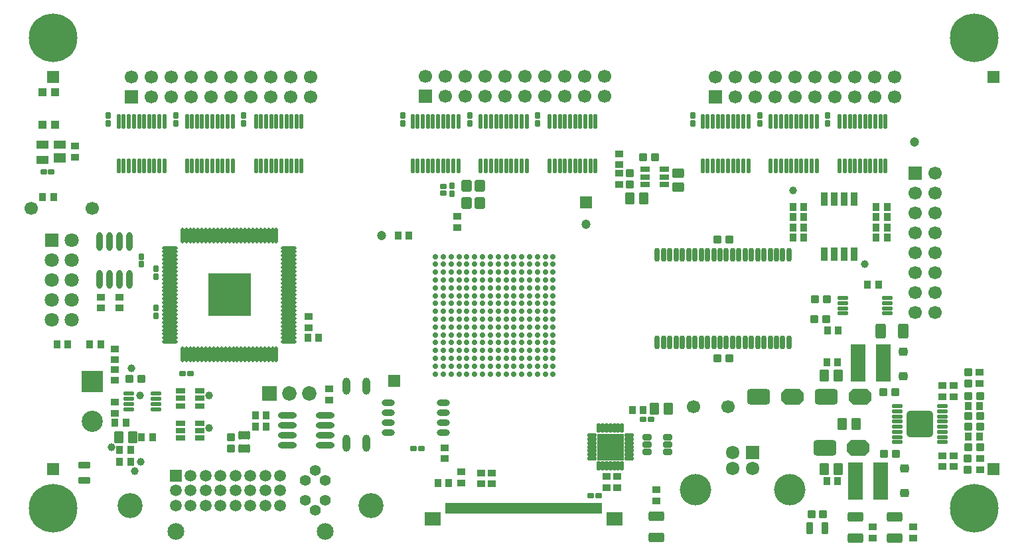
<source format=gts>
G04*
G04 #@! TF.GenerationSoftware,Altium Limited,Altium Designer,18.0.11 (651)*
G04*
G04 Layer_Color=8388736*
%FSLAX42Y42*%
%MOMM*%
G71*
G01*
G75*
%ADD69R,1.50X1.50*%
%ADD70C,1.20*%
G04:AMPARAMS|DCode=71|XSize=1.1mm|YSize=1mm|CornerRadius=0.2mm|HoleSize=0mm|Usage=FLASHONLY|Rotation=270.000|XOffset=0mm|YOffset=0mm|HoleType=Round|Shape=RoundedRectangle|*
%AMROUNDEDRECTD71*
21,1,1.10,0.60,0,0,270.0*
21,1,0.70,1.00,0,0,270.0*
1,1,0.40,-0.30,-0.35*
1,1,0.40,-0.30,0.35*
1,1,0.40,0.30,0.35*
1,1,0.40,0.30,-0.35*
%
%ADD71ROUNDEDRECTD71*%
G04:AMPARAMS|DCode=72|XSize=0.7mm|YSize=0.8mm|CornerRadius=0.16mm|HoleSize=0mm|Usage=FLASHONLY|Rotation=270.000|XOffset=0mm|YOffset=0mm|HoleType=Round|Shape=RoundedRectangle|*
%AMROUNDEDRECTD72*
21,1,0.70,0.48,0,0,270.0*
21,1,0.38,0.80,0,0,270.0*
1,1,0.33,-0.24,-0.19*
1,1,0.33,-0.24,0.19*
1,1,0.33,0.24,0.19*
1,1,0.33,0.24,-0.19*
%
%ADD72ROUNDEDRECTD72*%
%ADD73O,0.55X1.90*%
%ADD74R,0.90X1.70*%
G04:AMPARAMS|DCode=75|XSize=1.1mm|YSize=0.9mm|CornerRadius=0.19mm|HoleSize=0mm|Usage=FLASHONLY|Rotation=180.000|XOffset=0mm|YOffset=0mm|HoleType=Round|Shape=RoundedRectangle|*
%AMROUNDEDRECTD75*
21,1,1.10,0.53,0,0,180.0*
21,1,0.73,0.90,0,0,180.0*
1,1,0.38,-0.36,0.26*
1,1,0.38,0.36,0.26*
1,1,0.38,0.36,-0.26*
1,1,0.38,-0.36,-0.26*
%
%ADD75ROUNDEDRECTD75*%
G04:AMPARAMS|DCode=76|XSize=1.1mm|YSize=0.9mm|CornerRadius=0.19mm|HoleSize=0mm|Usage=FLASHONLY|Rotation=270.000|XOffset=0mm|YOffset=0mm|HoleType=Round|Shape=RoundedRectangle|*
%AMROUNDEDRECTD76*
21,1,1.10,0.53,0,0,270.0*
21,1,0.73,0.90,0,0,270.0*
1,1,0.38,-0.26,-0.36*
1,1,0.38,-0.26,0.36*
1,1,0.38,0.26,0.36*
1,1,0.38,0.26,-0.36*
%
%ADD76ROUNDEDRECTD76*%
G04:AMPARAMS|DCode=77|XSize=0.55mm|YSize=1.4mm|CornerRadius=0.14mm|HoleSize=0mm|Usage=FLASHONLY|Rotation=90.000|XOffset=0mm|YOffset=0mm|HoleType=Round|Shape=RoundedRectangle|*
%AMROUNDEDRECTD77*
21,1,0.55,1.11,0,0,90.0*
21,1,0.26,1.40,0,0,90.0*
1,1,0.29,0.56,0.13*
1,1,0.29,0.56,-0.13*
1,1,0.29,-0.56,-0.13*
1,1,0.29,-0.56,0.13*
%
%ADD77ROUNDEDRECTD77*%
%ADD78R,1.30X0.80*%
%ADD79O,1.00X2.20*%
G04:AMPARAMS|DCode=80|XSize=1.9mm|YSize=1.3mm|CornerRadius=0.24mm|HoleSize=0mm|Usage=FLASHONLY|Rotation=90.000|XOffset=0mm|YOffset=0mm|HoleType=Round|Shape=RoundedRectangle|*
%AMROUNDEDRECTD80*
21,1,1.90,0.83,0,0,90.0*
21,1,1.43,1.30,0,0,90.0*
1,1,0.48,0.41,0.71*
1,1,0.48,0.41,-0.71*
1,1,0.48,-0.41,-0.71*
1,1,0.48,-0.41,0.71*
%
%ADD80ROUNDEDRECTD80*%
G04:AMPARAMS|DCode=81|XSize=1.1mm|YSize=1mm|CornerRadius=0.2mm|HoleSize=0mm|Usage=FLASHONLY|Rotation=180.000|XOffset=0mm|YOffset=0mm|HoleType=Round|Shape=RoundedRectangle|*
%AMROUNDEDRECTD81*
21,1,1.10,0.60,0,0,180.0*
21,1,0.70,1.00,0,0,180.0*
1,1,0.40,-0.35,0.30*
1,1,0.40,0.35,0.30*
1,1,0.40,0.35,-0.30*
1,1,0.40,-0.35,-0.30*
%
%ADD81ROUNDEDRECTD81*%
%ADD82O,0.70X1.80*%
%ADD83R,1.60X1.00*%
%ADD84R,1.60X1.20*%
%ADD85O,1.70X0.80*%
%ADD86R,1.12X0.99*%
G04:AMPARAMS|DCode=87|XSize=1.15mm|YSize=1.1mm|CornerRadius=0.33mm|HoleSize=0mm|Usage=FLASHONLY|Rotation=180.000|XOffset=0mm|YOffset=0mm|HoleType=Round|Shape=RoundedRectangle|*
%AMROUNDEDRECTD87*
21,1,1.15,0.45,0,0,180.0*
21,1,0.50,1.10,0,0,180.0*
1,1,0.65,-0.25,0.23*
1,1,0.65,0.25,0.23*
1,1,0.65,0.25,-0.23*
1,1,0.65,-0.25,-0.23*
%
%ADD87ROUNDEDRECTD87*%
G04:AMPARAMS|DCode=88|XSize=2.85mm|YSize=1.95mm|CornerRadius=0.32mm|HoleSize=0mm|Usage=FLASHONLY|Rotation=0.000|XOffset=0mm|YOffset=0mm|HoleType=Round|Shape=RoundedRectangle|*
%AMROUNDEDRECTD88*
21,1,2.85,1.31,0,0,0.0*
21,1,2.21,1.95,0,0,0.0*
1,1,0.64,1.11,-0.66*
1,1,0.64,-1.11,-0.66*
1,1,0.64,-1.11,0.66*
1,1,0.64,1.11,0.66*
%
%ADD88ROUNDEDRECTD88*%
G04:AMPARAMS|DCode=89|XSize=2.85mm|YSize=1.95mm|CornerRadius=0mm|HoleSize=0mm|Usage=FLASHONLY|Rotation=0.000|XOffset=0mm|YOffset=0mm|HoleType=Round|Shape=Octagon|*
%AMOCTAGOND89*
4,1,8,1.43,-0.49,1.43,0.49,0.94,0.98,-0.94,0.98,-1.43,0.49,-1.43,-0.49,-0.94,-0.98,0.94,-0.98,1.43,-0.49,0.0*
%
%ADD89OCTAGOND89*%

G04:AMPARAMS|DCode=90|XSize=3.4mm|YSize=3.4mm|CornerRadius=0.5mm|HoleSize=0mm|Usage=FLASHONLY|Rotation=90.000|XOffset=0mm|YOffset=0mm|HoleType=Round|Shape=RoundedRectangle|*
%AMROUNDEDRECTD90*
21,1,3.40,2.40,0,0,90.0*
21,1,2.40,3.40,0,0,90.0*
1,1,1.00,1.20,1.20*
1,1,1.00,1.20,-1.20*
1,1,1.00,-1.20,-1.20*
1,1,1.00,-1.20,1.20*
%
%ADD90ROUNDEDRECTD90*%
G04:AMPARAMS|DCode=91|XSize=1.5mm|YSize=1.2mm|CornerRadius=0.23mm|HoleSize=0mm|Usage=FLASHONLY|Rotation=90.000|XOffset=0mm|YOffset=0mm|HoleType=Round|Shape=RoundedRectangle|*
%AMROUNDEDRECTD91*
21,1,1.50,0.75,0,0,90.0*
21,1,1.05,1.20,0,0,90.0*
1,1,0.45,0.38,0.53*
1,1,0.45,0.38,-0.53*
1,1,0.45,-0.38,-0.53*
1,1,0.45,-0.38,0.53*
%
%ADD91ROUNDEDRECTD91*%
G04:AMPARAMS|DCode=92|XSize=0.7mm|YSize=0.8mm|CornerRadius=0.16mm|HoleSize=0mm|Usage=FLASHONLY|Rotation=180.000|XOffset=0mm|YOffset=0mm|HoleType=Round|Shape=RoundedRectangle|*
%AMROUNDEDRECTD92*
21,1,0.70,0.48,0,0,180.0*
21,1,0.38,0.80,0,0,180.0*
1,1,0.33,-0.19,0.24*
1,1,0.33,0.19,0.24*
1,1,0.33,0.19,-0.24*
1,1,0.33,-0.19,-0.24*
%
%ADD92ROUNDEDRECTD92*%
G04:AMPARAMS|DCode=93|XSize=0.8mm|YSize=1.2mm|CornerRadius=0.18mm|HoleSize=0mm|Usage=FLASHONLY|Rotation=270.000|XOffset=0mm|YOffset=0mm|HoleType=Round|Shape=RoundedRectangle|*
%AMROUNDEDRECTD93*
21,1,0.80,0.85,0,0,270.0*
21,1,0.45,1.20,0,0,270.0*
1,1,0.35,-0.43,-0.23*
1,1,0.35,-0.43,0.23*
1,1,0.35,0.43,0.23*
1,1,0.35,0.43,-0.23*
%
%ADD93ROUNDEDRECTD93*%
%ADD94R,3.50X3.50*%
%ADD95O,0.50X1.25*%
%ADD96O,1.25X0.50*%
%ADD97C,0.70*%
%ADD98O,2.40X0.80*%
%ADD99R,1.95X4.70*%
G04:AMPARAMS|DCode=100|XSize=1.5mm|YSize=0.9mm|CornerRadius=0.19mm|HoleSize=0mm|Usage=FLASHONLY|Rotation=90.000|XOffset=0mm|YOffset=0mm|HoleType=Round|Shape=RoundedRectangle|*
%AMROUNDEDRECTD100*
21,1,1.50,0.53,0,0,90.0*
21,1,1.13,0.90,0,0,90.0*
1,1,0.38,0.26,0.56*
1,1,0.38,0.26,-0.56*
1,1,0.38,-0.26,-0.56*
1,1,0.38,-0.26,0.56*
%
%ADD100ROUNDEDRECTD100*%
G04:AMPARAMS|DCode=101|XSize=0.8mm|YSize=0.7mm|CornerRadius=0.16mm|HoleSize=0mm|Usage=FLASHONLY|Rotation=180.000|XOffset=0mm|YOffset=0mm|HoleType=Round|Shape=RoundedRectangle|*
%AMROUNDEDRECTD101*
21,1,0.80,0.38,0,0,180.0*
21,1,0.48,0.70,0,0,180.0*
1,1,0.33,-0.24,0.19*
1,1,0.33,0.24,0.19*
1,1,0.33,0.24,-0.19*
1,1,0.33,-0.24,-0.19*
%
%ADD101ROUNDEDRECTD101*%
%ADD102R,2.00X1.70*%
%ADD103R,0.50X1.45*%
G04:AMPARAMS|DCode=104|XSize=1.5mm|YSize=1.1mm|CornerRadius=0.21mm|HoleSize=0mm|Usage=FLASHONLY|Rotation=0.000|XOffset=0mm|YOffset=0mm|HoleType=Round|Shape=RoundedRectangle|*
%AMROUNDEDRECTD104*
21,1,1.50,0.68,0,0,0.0*
21,1,1.08,1.10,0,0,0.0*
1,1,0.43,0.54,-0.34*
1,1,0.43,-0.54,-0.34*
1,1,0.43,-0.54,0.34*
1,1,0.43,0.54,0.34*
%
%ADD104ROUNDEDRECTD104*%
%ADD105O,0.50X2.00*%
%ADD106O,2.00X0.50*%
%ADD107R,5.50X5.50*%
G04:AMPARAMS|DCode=108|XSize=1.95mm|YSize=1.25mm|CornerRadius=0.23mm|HoleSize=0mm|Usage=FLASHONLY|Rotation=180.000|XOffset=0mm|YOffset=0mm|HoleType=Round|Shape=RoundedRectangle|*
%AMROUNDEDRECTD108*
21,1,1.95,0.79,0,0,180.0*
21,1,1.49,1.25,0,0,180.0*
1,1,0.46,-0.74,0.39*
1,1,0.46,0.74,0.39*
1,1,0.46,0.74,-0.39*
1,1,0.46,-0.74,-0.39*
%
%ADD108ROUNDEDRECTD108*%
G04:AMPARAMS|DCode=109|XSize=1.6mm|YSize=1.4mm|CornerRadius=0.4mm|HoleSize=0mm|Usage=FLASHONLY|Rotation=270.000|XOffset=0mm|YOffset=0mm|HoleType=Round|Shape=RoundedRectangle|*
%AMROUNDEDRECTD109*
21,1,1.60,0.60,0,0,270.0*
21,1,0.80,1.40,0,0,270.0*
1,1,0.80,-0.30,-0.40*
1,1,0.80,-0.30,0.40*
1,1,0.80,0.30,0.40*
1,1,0.80,0.30,-0.40*
%
%ADD109ROUNDEDRECTD109*%
G04:AMPARAMS|DCode=110|XSize=1.5mm|YSize=1.2mm|CornerRadius=0.23mm|HoleSize=0mm|Usage=FLASHONLY|Rotation=0.000|XOffset=0mm|YOffset=0mm|HoleType=Round|Shape=RoundedRectangle|*
%AMROUNDEDRECTD110*
21,1,1.50,0.75,0,0,0.0*
21,1,1.05,1.20,0,0,0.0*
1,1,0.45,0.53,-0.38*
1,1,0.45,-0.53,-0.38*
1,1,0.45,-0.53,0.38*
1,1,0.45,0.53,0.38*
%
%ADD110ROUNDEDRECTD110*%
%ADD111O,0.80X2.40*%
G04:AMPARAMS|DCode=112|XSize=1.5mm|YSize=0.9mm|CornerRadius=0.19mm|HoleSize=0mm|Usage=FLASHONLY|Rotation=0.000|XOffset=0mm|YOffset=0mm|HoleType=Round|Shape=RoundedRectangle|*
%AMROUNDEDRECTD112*
21,1,1.50,0.53,0,0,0.0*
21,1,1.13,0.90,0,0,0.0*
1,1,0.38,0.56,-0.26*
1,1,0.38,-0.56,-0.26*
1,1,0.38,-0.56,0.26*
1,1,0.38,0.56,0.26*
%
%ADD112ROUNDEDRECTD112*%
%ADD113C,1.70*%
%ADD114C,1.40*%
%ADD115C,3.20*%
%ADD116C,1.50*%
%ADD117R,1.50X1.50*%
%ADD118C,2.15*%
%ADD119R,1.70X1.70*%
%ADD120R,1.70X1.70*%
%ADD121R,1.85X1.85*%
%ADD122C,1.85*%
%ADD123C,2.70*%
%ADD124R,2.70X2.70*%
%ADD125C,1.72*%
%ADD126C,4.00*%
%ADD127R,1.72X1.72*%
%ADD128C,1.80*%
%ADD129R,1.80X1.80*%
%ADD130C,6.20*%
%ADD131C,1.00*%
D69*
X4850Y2120D02*
D03*
X7300Y4400D02*
D03*
X500Y1000D02*
D03*
Y6000D02*
D03*
X12500Y6000D02*
D03*
Y1000D02*
D03*
D70*
X7300Y4120D02*
D03*
X11490Y5170D02*
D03*
X4690Y3980D02*
D03*
D71*
X9125Y2410D02*
D03*
X8975Y2410D02*
D03*
X10365Y2910D02*
D03*
X10215D02*
D03*
X11095Y1980D02*
D03*
X11245D02*
D03*
X11255Y1190D02*
D03*
X11105D02*
D03*
X10225Y3160D02*
D03*
X10375D02*
D03*
X1475Y2150D02*
D03*
X1625D02*
D03*
X12175Y1540D02*
D03*
X12325D02*
D03*
Y1280D02*
D03*
X12175D02*
D03*
Y1670D02*
D03*
X12325D02*
D03*
X12175Y1930D02*
D03*
X12325D02*
D03*
X10175Y420D02*
D03*
X10325D02*
D03*
X9125Y3930D02*
D03*
X8975D02*
D03*
X8030Y4975D02*
D03*
X8180D02*
D03*
D72*
X480Y4790D02*
D03*
X380D02*
D03*
X8030Y1630D02*
D03*
X8130D02*
D03*
X7360Y660D02*
D03*
X7460D02*
D03*
X2250Y2220D02*
D03*
X2150D02*
D03*
X5100Y1260D02*
D03*
X5200D02*
D03*
D73*
X1923Y5435D02*
D03*
X1858Y5435D02*
D03*
X1792Y5435D02*
D03*
X1727Y5435D02*
D03*
X1598D02*
D03*
X1662D02*
D03*
X1532D02*
D03*
X1858Y4865D02*
D03*
X1923Y4865D02*
D03*
X1792D02*
D03*
X1598Y4865D02*
D03*
X1532D02*
D03*
X1727D02*
D03*
X1662D02*
D03*
X1468Y5435D02*
D03*
X1338D02*
D03*
X1402Y5435D02*
D03*
Y4865D02*
D03*
X1468Y4865D02*
D03*
X1338D02*
D03*
X3672Y5435D02*
D03*
X3608Y5435D02*
D03*
X3542Y5435D02*
D03*
X3478Y5435D02*
D03*
X3347D02*
D03*
X3412D02*
D03*
X3283D02*
D03*
X3608Y4865D02*
D03*
X3672Y4865D02*
D03*
X3542D02*
D03*
X3347Y4865D02*
D03*
X3283D02*
D03*
X3478D02*
D03*
X3412D02*
D03*
X3217Y5435D02*
D03*
X3088D02*
D03*
X3152Y5435D02*
D03*
Y4865D02*
D03*
X3217Y4865D02*
D03*
X3088D02*
D03*
X2792Y5435D02*
D03*
X2727Y5435D02*
D03*
X2662Y5435D02*
D03*
X2598Y5435D02*
D03*
X2467D02*
D03*
X2533D02*
D03*
X2402D02*
D03*
X2727Y4865D02*
D03*
X2792Y4865D02*
D03*
X2662D02*
D03*
X2467Y4865D02*
D03*
X2402D02*
D03*
X2598D02*
D03*
X2533D02*
D03*
X2338Y5435D02*
D03*
X2208D02*
D03*
X2273Y5435D02*
D03*
Y4865D02*
D03*
X2338Y4865D02*
D03*
X2208D02*
D03*
X9243Y5435D02*
D03*
X9307D02*
D03*
X9178D02*
D03*
X9372D02*
D03*
X9047D02*
D03*
X9112D02*
D03*
X8982D02*
D03*
X9372Y4865D02*
D03*
X9307D02*
D03*
X9243D02*
D03*
X9047D02*
D03*
X8982D02*
D03*
X9178D02*
D03*
X9112D02*
D03*
X8918Y5435D02*
D03*
X8788D02*
D03*
X8853D02*
D03*
Y4865D02*
D03*
X8918D02*
D03*
X8788D02*
D03*
X10992Y5435D02*
D03*
X11057D02*
D03*
X10927D02*
D03*
X11122D02*
D03*
X10797D02*
D03*
X10862D02*
D03*
X10732D02*
D03*
X11122Y4865D02*
D03*
X11057D02*
D03*
X10992D02*
D03*
X10797D02*
D03*
X10732D02*
D03*
X10927D02*
D03*
X10862D02*
D03*
X10667Y5435D02*
D03*
X10537D02*
D03*
X10602D02*
D03*
Y4865D02*
D03*
X10667D02*
D03*
X10537D02*
D03*
X10112Y5435D02*
D03*
X10178D02*
D03*
X10047D02*
D03*
X10243D02*
D03*
X9918D02*
D03*
X9982D02*
D03*
X9853D02*
D03*
X10243Y4865D02*
D03*
X10178D02*
D03*
X10112D02*
D03*
X9918D02*
D03*
X9853D02*
D03*
X10047D02*
D03*
X9982D02*
D03*
X9788Y5435D02*
D03*
X9657D02*
D03*
X9722D02*
D03*
Y4865D02*
D03*
X9788D02*
D03*
X9657D02*
D03*
X5672Y5435D02*
D03*
X5608Y5435D02*
D03*
X5542Y5435D02*
D03*
X5478Y5435D02*
D03*
X5412D02*
D03*
X5347D02*
D03*
X5283D02*
D03*
X5217Y5435D02*
D03*
X5153Y5435D02*
D03*
X5088Y5435D02*
D03*
X5672Y4865D02*
D03*
X5608Y4865D02*
D03*
X5542Y4865D02*
D03*
X5478Y4865D02*
D03*
X5412D02*
D03*
X5347D02*
D03*
X5283D02*
D03*
X5217Y4865D02*
D03*
X5153Y4865D02*
D03*
X5088Y4865D02*
D03*
X6543Y5435D02*
D03*
X6478Y5435D02*
D03*
X6412Y5435D02*
D03*
X6347Y5435D02*
D03*
X6283D02*
D03*
X6217D02*
D03*
X6153D02*
D03*
X6088Y5435D02*
D03*
X6022Y5435D02*
D03*
X5958Y5435D02*
D03*
X6543Y4865D02*
D03*
X6478Y4865D02*
D03*
X6412Y4865D02*
D03*
X6347Y4865D02*
D03*
X6283D02*
D03*
X6217D02*
D03*
X6153D02*
D03*
X6088Y4865D02*
D03*
X6022Y4865D02*
D03*
X5958Y4865D02*
D03*
X7422Y5435D02*
D03*
X7357Y5435D02*
D03*
X7292Y5435D02*
D03*
X7227Y5435D02*
D03*
X7162D02*
D03*
X7097D02*
D03*
X7032D02*
D03*
X6967Y5435D02*
D03*
X6902Y5435D02*
D03*
X6837Y5435D02*
D03*
X7422Y4865D02*
D03*
X7357Y4865D02*
D03*
X7292Y4865D02*
D03*
X7227Y4865D02*
D03*
X7162D02*
D03*
X7097D02*
D03*
X7032D02*
D03*
X6967Y4865D02*
D03*
X6902Y4865D02*
D03*
X6837Y4865D02*
D03*
D74*
X10721Y4439D02*
D03*
X10594D02*
D03*
X10721Y3741D02*
D03*
X10593D02*
D03*
X10467Y4439D02*
D03*
X10339D02*
D03*
X10467Y3741D02*
D03*
X10339D02*
D03*
D75*
X6100Y810D02*
D03*
Y950D02*
D03*
X1290Y2530D02*
D03*
Y2390D02*
D03*
X4020Y1880D02*
D03*
Y2020D02*
D03*
X7720Y4630D02*
D03*
Y4770D02*
D03*
Y4880D02*
D03*
Y5020D02*
D03*
X12320Y2090D02*
D03*
Y2230D02*
D03*
X11990Y1170D02*
D03*
Y1030D02*
D03*
X11850D02*
D03*
Y1170D02*
D03*
X12330Y1130D02*
D03*
Y990D02*
D03*
X11850Y1920D02*
D03*
Y2060D02*
D03*
X11990D02*
D03*
Y1920D02*
D03*
X11470Y120D02*
D03*
Y260D02*
D03*
X10960Y120D02*
D03*
Y260D02*
D03*
X8200Y730D02*
D03*
Y590D02*
D03*
X7700Y760D02*
D03*
Y900D02*
D03*
X7560Y760D02*
D03*
Y900D02*
D03*
X5660Y4080D02*
D03*
Y4220D02*
D03*
X780Y5120D02*
D03*
Y4980D02*
D03*
X1350Y3050D02*
D03*
Y3190D02*
D03*
X1110Y3050D02*
D03*
Y3190D02*
D03*
X3760Y2800D02*
D03*
Y2940D02*
D03*
X5960Y950D02*
D03*
Y810D02*
D03*
X5500Y1130D02*
D03*
Y1270D02*
D03*
X5710Y820D02*
D03*
Y960D02*
D03*
X1290Y2130D02*
D03*
Y2270D02*
D03*
X1290Y1850D02*
D03*
Y1710D02*
D03*
D76*
X1430Y1590D02*
D03*
X1290D02*
D03*
X1630Y1400D02*
D03*
X1770D02*
D03*
X11140Y4340D02*
D03*
X11000D02*
D03*
X11140Y4210D02*
D03*
X11000D02*
D03*
X11140Y4080D02*
D03*
X11000D02*
D03*
X11140Y3950D02*
D03*
X11000D02*
D03*
X1490Y1240D02*
D03*
X1350D02*
D03*
Y1090D02*
D03*
X1490D02*
D03*
X10080Y4340D02*
D03*
X9940D02*
D03*
X10080Y4080D02*
D03*
X9940D02*
D03*
X10080Y4210D02*
D03*
X9940D02*
D03*
X10080Y3950D02*
D03*
X9940D02*
D03*
X10370Y2360D02*
D03*
X10510D02*
D03*
X10370Y840D02*
D03*
X10510D02*
D03*
X10520Y2770D02*
D03*
X10380D02*
D03*
X550Y2590D02*
D03*
X690D02*
D03*
X510Y4470D02*
D03*
X370D02*
D03*
X1110Y2590D02*
D03*
X970D02*
D03*
X12320Y1410D02*
D03*
X12180D02*
D03*
X12320Y1800D02*
D03*
X12180D02*
D03*
X8030Y1750D02*
D03*
X7890D02*
D03*
X11030Y3350D02*
D03*
X10890D02*
D03*
X5040Y3980D02*
D03*
X4900D02*
D03*
X3750Y2670D02*
D03*
X3890D02*
D03*
X5550Y820D02*
D03*
X5410D02*
D03*
X3220Y1540D02*
D03*
X3080D02*
D03*
X3220Y1680D02*
D03*
X3080D02*
D03*
D77*
X1469Y1958D02*
D03*
Y1892D02*
D03*
Y1828D02*
D03*
Y1762D02*
D03*
X1811Y1958D02*
D03*
Y1892D02*
D03*
Y1828D02*
D03*
Y1762D02*
D03*
X10575Y3177D02*
D03*
Y3112D02*
D03*
Y3048D02*
D03*
Y2983D02*
D03*
X11145Y3177D02*
D03*
Y3112D02*
D03*
Y3048D02*
D03*
Y2983D02*
D03*
X11275Y1798D02*
D03*
Y1733D02*
D03*
Y1667D02*
D03*
Y1602D02*
D03*
Y1538D02*
D03*
Y1473D02*
D03*
Y1407D02*
D03*
Y1343D02*
D03*
X11845Y1798D02*
D03*
Y1733D02*
D03*
Y1667D02*
D03*
Y1602D02*
D03*
Y1538D02*
D03*
Y1473D02*
D03*
Y1407D02*
D03*
Y1343D02*
D03*
D78*
X2370Y1395D02*
D03*
Y1490D02*
D03*
Y1585D02*
D03*
X2130D02*
D03*
Y1490D02*
D03*
Y1395D02*
D03*
X2370Y1805D02*
D03*
Y1900D02*
D03*
Y1995D02*
D03*
X2130D02*
D03*
Y1900D02*
D03*
Y1805D02*
D03*
X8295Y4630D02*
D03*
Y4725D02*
D03*
Y4820D02*
D03*
X8055D02*
D03*
Y4725D02*
D03*
Y4630D02*
D03*
D79*
X4497Y1325D02*
D03*
X4243D02*
D03*
Y2055D02*
D03*
X4497D02*
D03*
D80*
X11055Y2760D02*
D03*
X11345D02*
D03*
D81*
X7860Y4625D02*
D03*
Y4775D02*
D03*
X2770Y1405D02*
D03*
Y1255D02*
D03*
X12170Y985D02*
D03*
Y1135D02*
D03*
X12180Y2235D02*
D03*
Y2085D02*
D03*
D82*
X8850Y2612D02*
D03*
X8690D02*
D03*
X8770D02*
D03*
X8930D02*
D03*
X8530Y3728D02*
D03*
X8450Y3728D02*
D03*
X8210Y3728D02*
D03*
X8290D02*
D03*
X8370Y3728D02*
D03*
X8610D02*
D03*
X8850Y3728D02*
D03*
X8690D02*
D03*
X8770D02*
D03*
X8930Y3728D02*
D03*
X9330Y2612D02*
D03*
X9170D02*
D03*
X9250D02*
D03*
X9410Y2612D02*
D03*
X9810Y2612D02*
D03*
X9730D02*
D03*
X9490Y2612D02*
D03*
X9570D02*
D03*
X9650Y2612D02*
D03*
X9890Y2612D02*
D03*
X8210Y2612D02*
D03*
X8290D02*
D03*
X8370D02*
D03*
X8450D02*
D03*
X8530Y2612D02*
D03*
X8610Y2612D02*
D03*
X9010Y2612D02*
D03*
X9090Y2612D02*
D03*
X9010Y3728D02*
D03*
X9090D02*
D03*
X9170D02*
D03*
X9250Y3728D02*
D03*
X9330D02*
D03*
X9410D02*
D03*
X9490Y3728D02*
D03*
X9570D02*
D03*
X9650Y3728D02*
D03*
X9730D02*
D03*
X9810Y3728D02*
D03*
X9890D02*
D03*
D83*
X370Y4945D02*
D03*
Y5135D02*
D03*
X590D02*
D03*
D84*
Y4965D02*
D03*
D85*
X4778Y1841D02*
D03*
Y1714D02*
D03*
Y1586D02*
D03*
Y1460D02*
D03*
X5483Y1841D02*
D03*
Y1714D02*
D03*
Y1586D02*
D03*
Y1460D02*
D03*
D86*
X370Y5395D02*
D03*
Y5805D02*
D03*
X530D02*
D03*
Y5395D02*
D03*
D87*
X11360Y693D02*
D03*
Y1007D02*
D03*
X11350Y2498D02*
D03*
Y2183D02*
D03*
D88*
X9505Y1920D02*
D03*
X10345Y1270D02*
D03*
X10365Y1920D02*
D03*
D89*
X9935D02*
D03*
X10775Y1270D02*
D03*
X10795Y1920D02*
D03*
D90*
X11560Y1570D02*
D03*
D91*
X8170Y1770D02*
D03*
X8350D02*
D03*
X10520Y1000D02*
D03*
X10340D02*
D03*
X10750Y1570D02*
D03*
X10570D02*
D03*
X10520Y2190D02*
D03*
X10340D02*
D03*
X7860Y4450D02*
D03*
X8040D02*
D03*
X1340Y1400D02*
D03*
X1520D02*
D03*
D92*
X5590Y4610D02*
D03*
Y4510D02*
D03*
X10380Y5410D02*
D03*
Y5510D02*
D03*
X9520Y5410D02*
D03*
Y5510D02*
D03*
X8660Y5410D02*
D03*
Y5510D02*
D03*
X6680Y5410D02*
D03*
Y5510D02*
D03*
X5820Y5410D02*
D03*
Y5510D02*
D03*
X4960Y5410D02*
D03*
Y5510D02*
D03*
X2930Y5410D02*
D03*
Y5510D02*
D03*
X2070Y5410D02*
D03*
Y5510D02*
D03*
X1200Y5410D02*
D03*
Y5510D02*
D03*
X1810Y3550D02*
D03*
Y3450D02*
D03*
X1630Y3610D02*
D03*
Y3710D02*
D03*
X1810Y3050D02*
D03*
Y2950D02*
D03*
D93*
X8340Y1215D02*
D03*
Y1310D02*
D03*
Y1405D02*
D03*
X8080D02*
D03*
Y1310D02*
D03*
Y1215D02*
D03*
D94*
X7610Y1280D02*
D03*
D95*
X7760Y1043D02*
D03*
X7710Y1043D02*
D03*
X7660D02*
D03*
X7610D02*
D03*
X7560D02*
D03*
X7510D02*
D03*
X7460D02*
D03*
Y1518D02*
D03*
X7510D02*
D03*
X7560D02*
D03*
X7610Y1518D02*
D03*
X7660D02*
D03*
X7710D02*
D03*
X7760Y1518D02*
D03*
D96*
X7372Y1130D02*
D03*
Y1180D02*
D03*
Y1230D02*
D03*
Y1280D02*
D03*
Y1330D02*
D03*
Y1380D02*
D03*
X7372Y1430D02*
D03*
X7847D02*
D03*
X7847Y1380D02*
D03*
Y1330D02*
D03*
X7847Y1280D02*
D03*
Y1230D02*
D03*
Y1180D02*
D03*
Y1130D02*
D03*
D97*
X6880Y3710D02*
D03*
Y3610D02*
D03*
Y3510D02*
D03*
Y3410D02*
D03*
Y3310D02*
D03*
Y3210D02*
D03*
Y3110D02*
D03*
Y3010D02*
D03*
Y2910D02*
D03*
Y2810D02*
D03*
Y2710D02*
D03*
Y2610D02*
D03*
Y2510D02*
D03*
Y2410D02*
D03*
Y2310D02*
D03*
Y2210D02*
D03*
X6780Y3710D02*
D03*
Y3610D02*
D03*
Y3510D02*
D03*
Y3410D02*
D03*
Y3310D02*
D03*
Y3210D02*
D03*
Y3110D02*
D03*
Y3010D02*
D03*
Y2910D02*
D03*
Y2810D02*
D03*
Y2710D02*
D03*
Y2610D02*
D03*
Y2510D02*
D03*
Y2410D02*
D03*
Y2310D02*
D03*
Y2210D02*
D03*
X6680Y3710D02*
D03*
Y3610D02*
D03*
Y3510D02*
D03*
Y3410D02*
D03*
Y3310D02*
D03*
Y3210D02*
D03*
Y3110D02*
D03*
Y3010D02*
D03*
Y2910D02*
D03*
Y2810D02*
D03*
Y2710D02*
D03*
Y2610D02*
D03*
Y2510D02*
D03*
Y2410D02*
D03*
Y2310D02*
D03*
Y2210D02*
D03*
X6580Y3710D02*
D03*
Y3610D02*
D03*
Y3510D02*
D03*
Y3410D02*
D03*
Y3310D02*
D03*
Y3210D02*
D03*
Y3110D02*
D03*
Y3010D02*
D03*
Y2910D02*
D03*
Y2810D02*
D03*
Y2710D02*
D03*
Y2610D02*
D03*
Y2510D02*
D03*
Y2410D02*
D03*
Y2310D02*
D03*
Y2210D02*
D03*
X6480Y3710D02*
D03*
Y3610D02*
D03*
Y3510D02*
D03*
Y3410D02*
D03*
Y3310D02*
D03*
Y3210D02*
D03*
Y3110D02*
D03*
Y3010D02*
D03*
Y2910D02*
D03*
Y2810D02*
D03*
Y2710D02*
D03*
Y2610D02*
D03*
Y2510D02*
D03*
Y2410D02*
D03*
Y2310D02*
D03*
Y2210D02*
D03*
X6380Y3710D02*
D03*
Y3610D02*
D03*
Y3510D02*
D03*
Y3410D02*
D03*
Y3310D02*
D03*
Y3210D02*
D03*
Y3110D02*
D03*
Y3010D02*
D03*
Y2910D02*
D03*
Y2810D02*
D03*
Y2710D02*
D03*
Y2610D02*
D03*
Y2510D02*
D03*
Y2410D02*
D03*
Y2310D02*
D03*
Y2210D02*
D03*
X6280Y3710D02*
D03*
Y3610D02*
D03*
Y3510D02*
D03*
Y3410D02*
D03*
Y3310D02*
D03*
Y3210D02*
D03*
Y3110D02*
D03*
Y3010D02*
D03*
Y2910D02*
D03*
Y2810D02*
D03*
Y2710D02*
D03*
Y2610D02*
D03*
Y2510D02*
D03*
Y2410D02*
D03*
Y2310D02*
D03*
Y2210D02*
D03*
X6180Y3710D02*
D03*
Y3610D02*
D03*
Y3510D02*
D03*
Y3410D02*
D03*
Y3310D02*
D03*
Y3210D02*
D03*
Y3110D02*
D03*
Y3010D02*
D03*
Y2910D02*
D03*
Y2810D02*
D03*
Y2710D02*
D03*
Y2610D02*
D03*
Y2510D02*
D03*
Y2410D02*
D03*
Y2310D02*
D03*
Y2210D02*
D03*
X6080Y3710D02*
D03*
Y3610D02*
D03*
Y3510D02*
D03*
Y3410D02*
D03*
Y3310D02*
D03*
Y3210D02*
D03*
Y3110D02*
D03*
Y3010D02*
D03*
Y2910D02*
D03*
Y2810D02*
D03*
Y2710D02*
D03*
Y2610D02*
D03*
Y2510D02*
D03*
Y2410D02*
D03*
Y2310D02*
D03*
Y2210D02*
D03*
X5980Y3710D02*
D03*
Y3610D02*
D03*
Y3510D02*
D03*
Y3410D02*
D03*
Y3310D02*
D03*
Y3210D02*
D03*
Y3110D02*
D03*
Y3010D02*
D03*
Y2910D02*
D03*
Y2810D02*
D03*
Y2710D02*
D03*
Y2610D02*
D03*
Y2510D02*
D03*
Y2410D02*
D03*
Y2310D02*
D03*
Y2210D02*
D03*
X5880Y3710D02*
D03*
Y3610D02*
D03*
Y3510D02*
D03*
Y3410D02*
D03*
Y3310D02*
D03*
Y3210D02*
D03*
Y3110D02*
D03*
Y3010D02*
D03*
Y2910D02*
D03*
Y2810D02*
D03*
Y2710D02*
D03*
Y2610D02*
D03*
Y2510D02*
D03*
Y2410D02*
D03*
Y2310D02*
D03*
Y2210D02*
D03*
X5780Y3710D02*
D03*
Y3610D02*
D03*
Y3510D02*
D03*
Y3410D02*
D03*
Y3310D02*
D03*
Y3210D02*
D03*
Y3110D02*
D03*
Y3010D02*
D03*
Y2910D02*
D03*
Y2810D02*
D03*
Y2710D02*
D03*
Y2610D02*
D03*
Y2510D02*
D03*
Y2410D02*
D03*
Y2310D02*
D03*
Y2210D02*
D03*
X5680Y3710D02*
D03*
Y3610D02*
D03*
Y3510D02*
D03*
Y3410D02*
D03*
Y3310D02*
D03*
Y3210D02*
D03*
Y3110D02*
D03*
Y3010D02*
D03*
Y2910D02*
D03*
Y2810D02*
D03*
Y2710D02*
D03*
Y2610D02*
D03*
Y2510D02*
D03*
Y2410D02*
D03*
Y2310D02*
D03*
Y2210D02*
D03*
X5580Y3710D02*
D03*
Y3610D02*
D03*
Y3510D02*
D03*
Y3410D02*
D03*
Y3310D02*
D03*
Y3210D02*
D03*
Y3110D02*
D03*
Y3010D02*
D03*
Y2910D02*
D03*
Y2810D02*
D03*
Y2710D02*
D03*
Y2610D02*
D03*
Y2510D02*
D03*
Y2410D02*
D03*
Y2310D02*
D03*
Y2210D02*
D03*
X5480Y3710D02*
D03*
Y3610D02*
D03*
Y3510D02*
D03*
Y3410D02*
D03*
Y3310D02*
D03*
Y3210D02*
D03*
Y3110D02*
D03*
Y3010D02*
D03*
Y2910D02*
D03*
Y2810D02*
D03*
Y2710D02*
D03*
Y2610D02*
D03*
Y2510D02*
D03*
Y2410D02*
D03*
Y2310D02*
D03*
Y2210D02*
D03*
X5380Y3710D02*
D03*
Y3610D02*
D03*
Y3510D02*
D03*
Y3410D02*
D03*
Y3310D02*
D03*
Y3210D02*
D03*
Y3110D02*
D03*
Y3010D02*
D03*
Y2910D02*
D03*
Y2810D02*
D03*
Y2710D02*
D03*
Y2610D02*
D03*
Y2510D02*
D03*
Y2410D02*
D03*
Y2310D02*
D03*
Y2210D02*
D03*
D98*
X3490Y1681D02*
D03*
Y1553D02*
D03*
Y1427D02*
D03*
Y1299D02*
D03*
X3970Y1681D02*
D03*
Y1553D02*
D03*
Y1427D02*
D03*
Y1299D02*
D03*
D99*
X11062Y840D02*
D03*
X10738D02*
D03*
X11093Y2350D02*
D03*
X10768D02*
D03*
D100*
X10345Y240D02*
D03*
X10155D02*
D03*
D101*
X5480Y4605D02*
D03*
Y4515D02*
D03*
D102*
X5345Y362D02*
D03*
X7665D02*
D03*
D103*
X7430Y500D02*
D03*
X7380D02*
D03*
X7330D02*
D03*
X7480D02*
D03*
X7280D02*
D03*
X7230D02*
D03*
X7180D02*
D03*
X7130D02*
D03*
X7080D02*
D03*
X7030D02*
D03*
X6980D02*
D03*
X6930D02*
D03*
X6880D02*
D03*
X6830D02*
D03*
X6780D02*
D03*
X6730D02*
D03*
X6680D02*
D03*
X6630D02*
D03*
X6580D02*
D03*
X6530D02*
D03*
X6480D02*
D03*
X6430D02*
D03*
X6380D02*
D03*
X6330D02*
D03*
X6280D02*
D03*
X6230D02*
D03*
X6180D02*
D03*
X6130D02*
D03*
X6080D02*
D03*
X6030D02*
D03*
X5980D02*
D03*
X5930D02*
D03*
X5880D02*
D03*
X5830D02*
D03*
X5780D02*
D03*
X5730D02*
D03*
X5680D02*
D03*
X5630D02*
D03*
X5580D02*
D03*
X5530D02*
D03*
D104*
X2940Y1255D02*
D03*
Y1425D02*
D03*
D105*
X3000Y2460D02*
D03*
X3050D02*
D03*
X2350D02*
D03*
X2400D02*
D03*
X3350D02*
D03*
X3300D02*
D03*
X3250D02*
D03*
X3200D02*
D03*
X3150D02*
D03*
X3100D02*
D03*
X2950D02*
D03*
X2900D02*
D03*
X2850D02*
D03*
X2800Y2460D02*
D03*
X2750D02*
D03*
X2700D02*
D03*
X2650Y2460D02*
D03*
X2600D02*
D03*
X2550D02*
D03*
X2500D02*
D03*
X2450D02*
D03*
X2300D02*
D03*
X2250D02*
D03*
X2200D02*
D03*
X2150D02*
D03*
Y3980D02*
D03*
X2200D02*
D03*
X2400D02*
D03*
X2450D02*
D03*
X2500D02*
D03*
X2550D02*
D03*
X2600D02*
D03*
X2650D02*
D03*
X2700Y3980D02*
D03*
X2750D02*
D03*
X3050Y3980D02*
D03*
X3100D02*
D03*
X3150D02*
D03*
X3200D02*
D03*
X3250D02*
D03*
X3300D02*
D03*
X3350D02*
D03*
X3000D02*
D03*
X2900D02*
D03*
X2850D02*
D03*
X2800Y3980D02*
D03*
X2950Y3980D02*
D03*
X2350D02*
D03*
X2300D02*
D03*
X2250D02*
D03*
D106*
X3510Y3320D02*
D03*
Y3370D02*
D03*
X3510Y3420D02*
D03*
X3510Y3770D02*
D03*
Y3720D02*
D03*
Y3570D02*
D03*
Y3620D02*
D03*
Y3670D02*
D03*
Y3820D02*
D03*
X1990Y2620D02*
D03*
Y2670D02*
D03*
Y2720D02*
D03*
Y2770D02*
D03*
Y2820D02*
D03*
Y2870D02*
D03*
Y2920D02*
D03*
Y2970D02*
D03*
Y3020D02*
D03*
Y3070D02*
D03*
Y3120D02*
D03*
X1990Y3170D02*
D03*
Y3220D02*
D03*
Y3270D02*
D03*
X1990Y3320D02*
D03*
Y3370D02*
D03*
Y3420D02*
D03*
Y3470D02*
D03*
Y3520D02*
D03*
Y3570D02*
D03*
Y3620D02*
D03*
Y3670D02*
D03*
Y3720D02*
D03*
Y3770D02*
D03*
Y3820D02*
D03*
X3510Y3520D02*
D03*
Y3470D02*
D03*
X3510Y3270D02*
D03*
Y3220D02*
D03*
Y3170D02*
D03*
X3510Y3120D02*
D03*
X3510Y3070D02*
D03*
Y3020D02*
D03*
Y2970D02*
D03*
Y2920D02*
D03*
Y2870D02*
D03*
Y2820D02*
D03*
Y2770D02*
D03*
Y2720D02*
D03*
Y2670D02*
D03*
Y2620D02*
D03*
D107*
X2750Y3220D02*
D03*
D108*
X8200Y397D02*
D03*
Y123D02*
D03*
X11240Y112D02*
D03*
Y388D02*
D03*
X10740Y112D02*
D03*
Y388D02*
D03*
D109*
X5945Y4610D02*
D03*
Y4390D02*
D03*
X5775D02*
D03*
Y4610D02*
D03*
D110*
X8475Y4595D02*
D03*
Y4775D02*
D03*
D111*
X1474Y3900D02*
D03*
X1347D02*
D03*
X1220D02*
D03*
X1093D02*
D03*
X1474Y3420D02*
D03*
X1347Y3420D02*
D03*
X1220Y3420D02*
D03*
X1093D02*
D03*
D112*
X900Y1045D02*
D03*
Y855D02*
D03*
D113*
X8670Y1790D02*
D03*
X1000Y4320D02*
D03*
X220D02*
D03*
X9110Y1790D02*
D03*
X11750Y2996D02*
D03*
X11496D02*
D03*
X11750Y3250D02*
D03*
X11496D02*
D03*
X11750Y3504D02*
D03*
X11496D02*
D03*
X11750Y3758D02*
D03*
X11496D02*
D03*
X11750Y4012D02*
D03*
X11496D02*
D03*
X11750Y4266D02*
D03*
X11496D02*
D03*
X11750Y4520D02*
D03*
X11496D02*
D03*
X11750Y4774D02*
D03*
X3786Y6000D02*
D03*
Y5746D02*
D03*
X3532Y6000D02*
D03*
Y5746D02*
D03*
X3278Y6000D02*
D03*
Y5746D02*
D03*
X3024Y6000D02*
D03*
Y5746D02*
D03*
X2770Y6000D02*
D03*
Y5746D02*
D03*
X2516Y6000D02*
D03*
Y5746D02*
D03*
X2262Y6000D02*
D03*
Y5746D02*
D03*
X2008Y6000D02*
D03*
Y5746D02*
D03*
X1754Y6000D02*
D03*
Y5746D02*
D03*
X1500Y6000D02*
D03*
X7536Y6010D02*
D03*
Y5756D02*
D03*
X7282Y6010D02*
D03*
Y5756D02*
D03*
X7028Y6010D02*
D03*
Y5756D02*
D03*
X6774Y6010D02*
D03*
Y5756D02*
D03*
X6520Y6010D02*
D03*
Y5756D02*
D03*
X6266Y6010D02*
D03*
Y5756D02*
D03*
X6012Y6010D02*
D03*
Y5756D02*
D03*
X5758Y6010D02*
D03*
Y5756D02*
D03*
X5504Y6010D02*
D03*
Y5756D02*
D03*
X5250Y6010D02*
D03*
X11236Y6004D02*
D03*
Y5750D02*
D03*
X10982Y6004D02*
D03*
Y5750D02*
D03*
X10728Y6004D02*
D03*
Y5750D02*
D03*
X10474Y6004D02*
D03*
Y5750D02*
D03*
X10220Y6004D02*
D03*
Y5750D02*
D03*
X9966Y6004D02*
D03*
Y5750D02*
D03*
X9712Y6004D02*
D03*
Y5750D02*
D03*
X9458Y6004D02*
D03*
Y5750D02*
D03*
X9204Y6004D02*
D03*
Y5750D02*
D03*
X8950Y6004D02*
D03*
D114*
X3972Y597D02*
D03*
X3719D02*
D03*
Y851D02*
D03*
X3972D02*
D03*
X3846Y978D02*
D03*
Y470D02*
D03*
D115*
X4557Y531D02*
D03*
X1484Y533D02*
D03*
D116*
X2258Y914D02*
D03*
X3401D02*
D03*
Y724D02*
D03*
Y533D02*
D03*
X3210Y912D02*
D03*
Y724D02*
D03*
Y533D02*
D03*
X3017Y914D02*
D03*
Y724D02*
D03*
X3020Y533D02*
D03*
X2830Y914D02*
D03*
Y724D02*
D03*
Y533D02*
D03*
X2639Y914D02*
D03*
Y724D02*
D03*
Y533D02*
D03*
X2067Y724D02*
D03*
Y533D02*
D03*
X2258D02*
D03*
Y724D02*
D03*
X2449Y914D02*
D03*
Y724D02*
D03*
Y533D02*
D03*
D117*
X2067Y914D02*
D03*
D118*
X3972Y200D02*
D03*
X2067D02*
D03*
D119*
X11496Y4774D02*
D03*
D120*
X1500Y5746D02*
D03*
X5250Y5756D02*
D03*
X8950Y5750D02*
D03*
D121*
X3260Y1960D02*
D03*
D122*
X3514D02*
D03*
X3768D02*
D03*
D123*
X1000Y1606D02*
D03*
D124*
Y2114D02*
D03*
D125*
X9175Y1206D02*
D03*
Y1006D02*
D03*
X9425D02*
D03*
D126*
X9902Y734D02*
D03*
X8698D02*
D03*
D127*
X9425Y1206D02*
D03*
D128*
X483Y2902D02*
D03*
X737D02*
D03*
X483Y3156D02*
D03*
X737D02*
D03*
X483Y3410D02*
D03*
Y3664D02*
D03*
X737Y3918D02*
D03*
Y3410D02*
D03*
Y3664D02*
D03*
D129*
X483Y3918D02*
D03*
D130*
X500Y500D02*
D03*
Y6500D02*
D03*
X12250D02*
D03*
Y500D02*
D03*
D131*
X1500Y2280D02*
D03*
X1540Y970D02*
D03*
X9940Y4550D02*
D03*
X10860Y3610D02*
D03*
X1620Y1090D02*
D03*
X1610Y1940D02*
D03*
X1250Y1280D02*
D03*
X2490Y1520D02*
D03*
Y1940D02*
D03*
M02*

</source>
